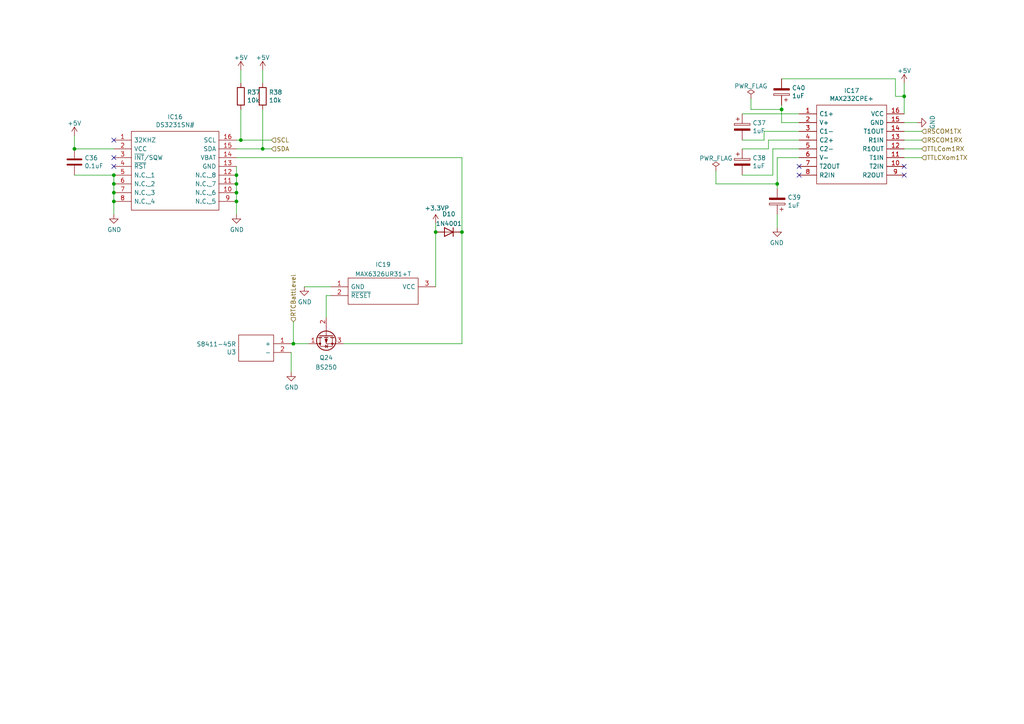
<source format=kicad_sch>
(kicad_sch (version 20211123) (generator eeschema)
  (paper "A4")
  (lib_symbols
    (symbol "Device:C" (pin_numbers hide) (pin_names (offset 0.254))
      (property "Reference" "C" (at 0.635 2.54 0))
      (property "Value" "C" (at 0.635 -2.54 0))
      (symbol "C_0_1"
        (polyline (pts (xy -2.032 -0.762) (xy 2.032 -0.762)) (stroke (width 0.508)))
        (polyline (pts (xy -2.032 0.762) (xy 2.032 0.762)) (stroke (width 0.508)))
      )
      (symbol "C_1_1"
        (pin passive line (at 0 3.81 270) (length 2.794) (name "~") (number "1"))
        (pin passive line (at 0 -3.81 90) (length 2.794) (name "~") (number "2"))
      )
    )
    (symbol "Device:CP" (pin_numbers hide) (pin_names (offset 0.254))
      (property "Reference" "C" (at 0.635 2.54 0))
      (property "Value" "Device_CP" (at 0.635 -2.54 0))
      (symbol "CP_0_1"
        (rectangle (start -2.286 0.508) (end 2.286 1.016))
        (polyline (pts (xy -1.778 2.286) (xy -0.762 2.286)))
        (polyline (pts (xy -1.27 2.794) (xy -1.27 1.778)))
        (rectangle (start 2.286 -0.508) (end -2.286 -1.016) (fill (type outline)))
      )
      (symbol "CP_1_1"
        (pin passive line (at 0 3.81 270) (length 2.794) (name "~") (number "1"))
        (pin passive line (at 0 -3.81 90) (length 2.794) (name "~") (number "2"))
      )
    )
    (symbol "Device:R" (pin_numbers hide) (pin_names (offset 0))
      (property "Reference" "R" (at 2.032 0 90))
      (property "Value" "R" (at 0 0 90))
      (symbol "R_0_1"
        (rectangle (start -1.016 -2.54) (end 1.016 2.54) (stroke (width 0.254)))
      )
      (symbol "R_1_1"
        (pin passive line (at 0 3.81 270) (length 1.27) (name "~") (number "1"))
        (pin passive line (at 0 -3.81 90) (length 1.27) (name "~") (number "2"))
      )
    )
    (symbol "Diode:1N4001" (pin_numbers hide) (pin_names (offset 1.016) hide)
      (property "Reference" "D" (at 0 2.54 0))
      (property "Value" "1N4001" (at 0 -2.54 0))
      (symbol "1N4001_0_1"
        (polyline (pts (xy -1.27 1.27) (xy -1.27 -1.27)) (stroke (width 0.254)))
        (polyline (pts (xy 1.27 0) (xy -1.27 0)))
        (polyline (pts (xy 1.27 1.27) (xy 1.27 -1.27) (xy -1.27 0) (xy 1.27 1.27)) (stroke (width 0.254)))
      )
      (symbol "1N4001_1_1"
        (pin passive line (at -3.81 0 0) (length 2.54) (name "K") (number "1"))
        (pin passive line (at 3.81 0 180) (length 2.54) (name "A") (number "2"))
      )
    )
    (symbol "SamacSys_Parts:DS3231SN#" (pin_names (offset 0.762))
      (property "Reference" "IC" (at 31.75 7.62 0))
      (property "Value" "SamacSys_Parts_DS3231SN#" (at 31.75 5.08 0))
      (symbol "DS3231SN#_0_0"
        (pin passive line (at 0 0 0) (length 5.08) (name "32KHZ") (number "1"))
        (pin passive line (at 35.56 -15.24 180) (length 5.08) (name "N.C._6") (number "10"))
        (pin passive line (at 35.56 -12.7 180) (length 5.08) (name "N.C._7") (number "11"))
        (pin passive line (at 35.56 -10.16 180) (length 5.08) (name "N.C._8") (number "12"))
        (pin passive line (at 35.56 -7.62 180) (length 5.08) (name "GND") (number "13"))
        (pin passive line (at 35.56 -5.08 180) (length 5.08) (name "VBAT") (number "14"))
        (pin passive line (at 35.56 -2.54 180) (length 5.08) (name "SDA") (number "15"))
        (pin passive line (at 35.56 0 180) (length 5.08) (name "SCL") (number "16"))
        (pin passive line (at 0 -2.54 0) (length 5.08) (name "VCC") (number "2"))
        (pin passive line (at 0 -5.08 0) (length 5.08) (name "~{INT}/SQW") (number "3"))
        (pin passive line (at 0 -7.62 0) (length 5.08) (name "~{RST}") (number "4"))
        (pin passive line (at 0 -10.16 0) (length 5.08) (name "N.C._1") (number "5"))
        (pin passive line (at 0 -12.7 0) (length 5.08) (name "N.C._2") (number "6"))
        (pin passive line (at 0 -15.24 0) (length 5.08) (name "N.C._3") (number "7"))
        (pin passive line (at 0 -17.78 0) (length 5.08) (name "N.C._4") (number "8"))
        (pin passive line (at 35.56 -17.78 180) (length 5.08) (name "N.C._5") (number "9"))
      )
      (symbol "DS3231SN#_0_1"
        (polyline (pts (xy 5.08 2.54) (xy 30.48 2.54) (xy 30.48 -20.32) (xy 5.08 -20.32) (xy 5.08 2.54)) (stroke (width 0.1524)))
      )
    )
    (symbol "SamacSys_Parts:MAX232CPE+" (pin_names (offset 0.762))
      (property "Reference" "IC" (at 26.67 7.62 0))
      (property "Value" "SamacSys_Parts_MAX232CPE+" (at 26.67 5.08 0))
      (symbol "MAX232CPE+_0_0"
        (pin passive line (at 0 0 0) (length 5.08) (name "C1+") (number "1"))
        (pin input line (at 30.48 -15.24 180) (length 5.08) (name "T2IN") (number "10"))
        (pin input line (at 30.48 -12.7 180) (length 5.08) (name "T1IN") (number "11"))
        (pin output line (at 30.48 -10.16 180) (length 5.08) (name "R1OUT") (number "12"))
        (pin input line (at 30.48 -7.62 180) (length 5.08) (name "R1IN") (number "13"))
        (pin output line (at 30.48 -5.08 180) (length 5.08) (name "T1OUT") (number "14"))
        (pin power_in line (at 30.48 -2.54 180) (length 5.08) (name "GND") (number "15"))
        (pin power_in line (at 30.48 0 180) (length 5.08) (name "VCC") (number "16"))
        (pin power_in line (at 0 -2.54 0) (length 5.08) (name "V+") (number "2"))
        (pin passive line (at 0 -5.08 0) (length 5.08) (name "C1-") (number "3"))
        (pin passive line (at 0 -7.62 0) (length 5.08) (name "C2+") (number "4"))
        (pin passive line (at 0 -10.16 0) (length 5.08) (name "C2-") (number "5"))
        (pin power_in line (at 0 -12.7 0) (length 5.08) (name "V-") (number "6"))
        (pin output line (at 0 -15.24 0) (length 5.08) (name "T2OUT") (number "7"))
        (pin input line (at 0 -17.78 0) (length 5.08) (name "R2IN") (number "8"))
        (pin output line (at 30.48 -17.78 180) (length 5.08) (name "R2OUT") (number "9"))
      )
      (symbol "MAX232CPE+_0_1"
        (polyline (pts (xy 5.08 2.54) (xy 25.4 2.54) (xy 25.4 -20.32) (xy 5.08 -20.32) (xy 5.08 2.54)) (stroke (width 0.1524)))
      )
    )
    (symbol "SamacSys_Parts:S8411-45R" (pin_names (offset 0.762))
      (property "Reference" "U" (at 16.51 7.62 0))
      (property "Value" "SamacSys_Parts_S8411-45R" (at 16.51 5.08 0))
      (symbol "S8411-45R_0_0"
        (pin passive line (at 0 -2.54 0) (length 5.08) (name "+") (number "1"))
        (pin passive line (at 0 0 0) (length 5.08) (name "-") (number "2"))
      )
      (symbol "S8411-45R_0_1"
        (polyline (pts (xy 5.08 2.54) (xy 15.24 2.54) (xy 15.24 -5.08) (xy 5.08 -5.08) (xy 5.08 2.54)) (stroke (width 0.1524)))
      )
    )
    (symbol "Samac_Sys:MAX6326UR31+T" (pin_names (offset 0.762))
      (property "Reference" "IC" (at 26.67 7.62 0))
      (property "Value" "MAX6326UR31+T" (at 26.67 5.08 0))
      (symbol "MAX6326UR31+T_0_0"
        (pin passive line (at 0 0 0) (length 5.08) (name "GND") (number "1"))
        (pin passive line (at 0 -2.54 0) (length 5.08) (name "~{RESET}") (number "2"))
        (pin passive line (at 30.48 0 180) (length 5.08) (name "VCC") (number "3"))
      )
      (symbol "MAX6326UR31+T_0_1"
        (polyline (pts (xy 5.08 2.54) (xy 25.4 2.54) (xy 25.4 -5.08) (xy 5.08 -5.08) (xy 5.08 2.54)) (stroke (width 0.1524)))
      )
    )
    (symbol "Transistor_FET:BS250" (pin_names hide)
      (property "Reference" "Q" (at 5.08 1.905 0))
      (property "Value" "BS250" (at 5.08 0 0))
      (symbol "BS250_0_1"
        (polyline (pts (xy 0.254 0) (xy -2.54 0)))
        (polyline (pts (xy 0.254 1.905) (xy 0.254 -1.905)) (stroke (width 0.254)))
        (polyline (pts (xy 0.762 -1.27) (xy 0.762 -2.286)) (stroke (width 0.254)))
        (polyline (pts (xy 0.762 0.508) (xy 0.762 -0.508)) (stroke (width 0.254)))
        (polyline (pts (xy 0.762 2.286) (xy 0.762 1.27)) (stroke (width 0.254)))
        (polyline (pts (xy 2.54 2.54) (xy 2.54 1.778)))
        (polyline (pts (xy 2.54 -2.54) (xy 2.54 0) (xy 0.762 0)))
        (polyline (pts (xy 0.762 1.778) (xy 3.302 1.778) (xy 3.302 -1.778) (xy 0.762 -1.778)))
        (polyline (pts (xy 2.286 0) (xy 1.27 0.381) (xy 1.27 -0.381) (xy 2.286 0)) (fill (type outline)))
        (polyline (pts (xy 2.794 -0.508) (xy 2.921 -0.381) (xy 3.683 -0.381) (xy 3.81 -0.254)))
        (polyline (pts (xy 3.302 -0.381) (xy 2.921 0.254) (xy 3.683 0.254) (xy 3.302 -0.381)))
        (circle (center 1.651 0) (radius 2.794) (stroke (width 0.254)))
        (circle (center 2.54 -1.778) (radius 0.254) (fill (type outline)))
        (circle (center 2.54 1.778) (radius 0.254) (fill (type outline)))
      )
      (symbol "BS250_1_1"
        (pin passive line (at 2.54 5.08 270) (length 2.54) (name "D") (number "1"))
        (pin input line (at -5.08 0 0) (length 2.54) (name "G") (number "2"))
        (pin passive line (at 2.54 -5.08 90) (length 2.54) (name "S") (number "3"))
      )
    )
    (symbol "power:+3.3VP" (power) (pin_names (offset 0))
      (property "Value" "+3.3VP" (at 0 2.54 0))
      (symbol "+3.3VP_0_0"
        (pin power_in line (at 0 0 90) (length 0) hide (name "+3.3VP") (number "1"))
      )
      (symbol "+3.3VP_0_1"
        (polyline (pts (xy -0.762 1.27) (xy 0 2.54)))
        (polyline (pts (xy 0 0) (xy 0 2.54)))
        (polyline (pts (xy 0 2.54) (xy 0.762 1.27)))
      )
    )
    (symbol "power:+5V" (power) (pin_names (offset 0))
      (property "Value" "+5V" (at 0 3.556 0))
      (symbol "+5V_0_1"
        (polyline (pts (xy -0.762 1.27) (xy 0 2.54)))
        (polyline (pts (xy 0 0) (xy 0 2.54)))
        (polyline (pts (xy 0 2.54) (xy 0.762 1.27)))
      )
      (symbol "+5V_1_1"
        (pin power_in line (at 0 0 90) (length 0) hide (name "+5V") (number "1"))
      )
    )
    (symbol "power:GND" (power) (pin_names (offset 0))
      (property "Value" "GND" (at 0 -3.81 0))
      (symbol "GND_0_1"
        (polyline (pts (xy 0 0) (xy 0 -1.27) (xy 1.27 -1.27) (xy 0 -2.54) (xy -1.27 -1.27) (xy 0 -1.27)))
      )
      (symbol "GND_1_1"
        (pin power_in line (at 0 0 270) (length 0) hide (name "GND") (number "1"))
      )
    )
    (symbol "power:PWR_FLAG" (power) (pin_numbers hide) (pin_names (offset 0) hide)
      (property "Value" "PWR_FLAG" (at 0 3.81 0))
      (symbol "PWR_FLAG_0_0"
        (pin power_out line (at 0 0 90) (length 0) (name "pwr") (number "1"))
      )
      (symbol "PWR_FLAG_0_1"
        (polyline (pts (xy 0 0) (xy 0 1.27) (xy -1.016 1.905) (xy 0 2.54) (xy 1.016 1.905) (xy 0 1.27)))
      )
    )
  )
  (junction (at 226.695 31.75))
  (junction (at 68.58 50.8))
  (junction (at 33.02 50.8))
  (junction (at 33.02 53.34))
  (junction (at 262.255 27.94))
  (junction (at 85.09 99.695))
  (junction (at 33.02 55.88))
  (junction (at 68.58 55.88))
  (junction (at 68.58 58.42))
  (junction (at 21.59 43.18))
  (junction (at 76.2 43.18))
  (junction (at 225.425 53.34))
  (junction (at 33.02 58.42))
  (junction (at 126.365 67.31))
  (junction (at 133.985 67.31))
  (junction (at 68.58 53.34))
  (junction (at 69.85 40.64))
  (no_connect (at 262.255 48.26))
  (no_connect (at 33.02 45.72))
  (no_connect (at 33.02 40.64))
  (no_connect (at 231.775 48.26))
  (no_connect (at 231.775 50.8))
  (no_connect (at 262.255 50.8))
  (no_connect (at 33.02 48.26))
  (wire (pts (xy 221.615 40.64) (xy 221.615 38.1)))
  (wire (pts (xy 69.85 40.64) (xy 68.58 40.64)))
  (wire (pts (xy 33.02 55.88) (xy 33.02 53.34)))
  (wire (pts (xy 226.695 35.56) (xy 226.695 31.75)))
  (wire (pts (xy 94.615 92.075) (xy 94.615 85.725)))
  (wire (pts (xy 68.58 55.88) (xy 68.58 53.34)))
  (wire (pts (xy 225.425 62.23) (xy 225.425 66.04)))
  (wire (pts (xy 68.58 62.23) (xy 68.58 58.42)))
  (wire (pts (xy 85.09 99.695) (xy 89.535 99.695)))
  (wire (pts (xy 33.02 50.8) (xy 21.59 50.8)))
  (wire (pts (xy 21.59 39.37) (xy 21.59 43.18)))
  (wire (pts (xy 33.02 58.42) (xy 33.02 55.88)))
  (wire (pts (xy 85.09 93.345) (xy 85.09 99.695)))
  (wire (pts (xy 224.155 50.8) (xy 224.155 43.18)))
  (wire (pts (xy 221.615 38.1) (xy 231.775 38.1)))
  (wire (pts (xy 21.59 43.18) (xy 33.02 43.18)))
  (wire (pts (xy 76.2 31.75) (xy 76.2 43.18)))
  (wire (pts (xy 133.985 67.31) (xy 133.985 45.72)))
  (wire (pts (xy 225.425 54.61) (xy 225.425 53.34)))
  (wire (pts (xy 68.58 50.8) (xy 68.58 48.26)))
  (wire (pts (xy 207.645 49.53) (xy 207.645 53.34)))
  (wire (pts (xy 78.74 40.64) (xy 69.85 40.64)))
  (wire (pts (xy 262.255 43.18) (xy 267.335 43.18)))
  (wire (pts (xy 84.455 102.235) (xy 84.455 107.95)))
  (wire (pts (xy 221.615 40.64) (xy 215.265 40.64)))
  (wire (pts (xy 217.805 28.575) (xy 217.805 31.75)))
  (wire (pts (xy 222.885 43.18) (xy 222.885 40.64)))
  (wire (pts (xy 226.695 22.86) (xy 259.715 22.86)))
  (wire (pts (xy 69.85 31.75) (xy 69.85 40.64)))
  (wire (pts (xy 84.455 99.695) (xy 85.09 99.695)))
  (wire (pts (xy 217.805 31.75) (xy 226.695 31.75)))
  (wire (pts (xy 215.265 50.8) (xy 224.155 50.8)))
  (wire (pts (xy 68.58 45.72) (xy 133.985 45.72)))
  (wire (pts (xy 126.365 67.31) (xy 126.365 83.185)))
  (wire (pts (xy 262.255 27.94) (xy 262.255 24.13)))
  (wire (pts (xy 267.335 38.1) (xy 262.255 38.1)))
  (wire (pts (xy 95.885 83.185) (xy 88.265 83.185)))
  (wire (pts (xy 33.02 53.34) (xy 33.02 50.8)))
  (wire (pts (xy 76.2 43.18) (xy 68.58 43.18)))
  (wire (pts (xy 215.265 43.18) (xy 222.885 43.18)))
  (wire (pts (xy 215.265 33.02) (xy 231.775 33.02)))
  (wire (pts (xy 259.715 27.94) (xy 262.255 27.94)))
  (wire (pts (xy 99.695 99.695) (xy 133.985 99.695)))
  (wire (pts (xy 231.775 35.56) (xy 226.695 35.56)))
  (wire (pts (xy 267.335 45.72) (xy 262.255 45.72)))
  (wire (pts (xy 266.065 35.56) (xy 262.255 35.56)))
  (wire (pts (xy 33.02 62.23) (xy 33.02 58.42)))
  (wire (pts (xy 262.255 40.64) (xy 267.335 40.64)))
  (wire (pts (xy 68.58 53.34) (xy 68.58 50.8)))
  (wire (pts (xy 262.255 33.02) (xy 262.255 27.94)))
  (wire (pts (xy 207.645 53.34) (xy 225.425 53.34)))
  (wire (pts (xy 78.74 43.18) (xy 76.2 43.18)))
  (wire (pts (xy 225.425 53.34) (xy 225.425 45.72)))
  (wire (pts (xy 126.365 64.77) (xy 126.365 67.31)))
  (wire (pts (xy 68.58 58.42) (xy 68.58 55.88)))
  (wire (pts (xy 225.425 45.72) (xy 231.775 45.72)))
  (wire (pts (xy 94.615 85.725) (xy 95.885 85.725)))
  (wire (pts (xy 76.2 24.13) (xy 76.2 20.32)))
  (wire (pts (xy 224.155 43.18) (xy 231.775 43.18)))
  (wire (pts (xy 222.885 40.64) (xy 231.775 40.64)))
  (wire (pts (xy 259.715 22.86) (xy 259.715 27.94)))
  (wire (pts (xy 226.695 31.75) (xy 226.695 30.48)))
  (wire (pts (xy 69.85 24.13) (xy 69.85 20.32)))
  (wire (pts (xy 133.985 67.31) (xy 133.985 99.695)))
  (hierarchical_label "TTLCom1RX" (shape input) (at 267.335 43.18 0))
  (hierarchical_label "SDA" (shape input) (at 78.74 43.18 0))
  (hierarchical_label "SCL" (shape input) (at 78.74 40.64 0))
  (hierarchical_label "TTLCXom1TX" (shape input) (at 267.335 45.72 0))
  (hierarchical_label "RTCBattLevel" (shape input) (at 85.09 93.345 90))
  (hierarchical_label "RSCOM1RX" (shape input) (at 267.335 40.64 0))
  (hierarchical_label "RSCOM1TX" (shape input) (at 267.335 38.1 0))
  (symbol (lib_id "SamacSys_Parts:DS3231SN#") (at 33.02 40.64 0) (unit 1)
    (property "Reference" "IC16" (at 50.8 33.909 0))
    (property "Value" "DS3231SN#" (at 50.8 36.2204 0))
    (property "Footprint" "SamacSys_Parts:SOIC127P1032X265-16N" (effects hide))
    (property "Datasheet" "https://datasheets.maximintegrated.com/en/ds/DS3231.pdf" (effects hide))
    (property "Description" "Real Time Clock Serial Maxim DS3231SN# Real Time Clock, Battery Backup, Calendar, Clock, I2C, 5.5 V, 16-Pin SOIC" (effects hide))
    (property "Height" "2.65" (effects hide))
    (property "Mouser Part Number" "700-DS3231SN#" (effects hide))
    (property "Mouser Price/Stock" "https://www.mouser.co.uk/ProductDetail/Maxim-Integrated/DS3231SN?qs=1eQvB6Dk1vhUlr8%2FOrV0Fw%3D%3D" (effects hide))
    (property "Manufacturer_Name" "Maxim Integrated" (effects hide))
    (property "Manufacturer_Part_Number" "DS3231SN#" (effects hide))
  )
  (symbol (lib_id "Device:R") (at 69.85 27.94 0) (unit 1)
    (property "Reference" "R37" (at 71.628 26.7716 0) (effects (justify left)))
    (property "Value" "10k" (at 71.628 29.083 0) (effects (justify left)))
    (property "Footprint" "Resistor_THT:R_Axial_DIN0207_L6.3mm_D2.5mm_P2.54mm_Vertical" (effects hide))
  )
  (symbol (lib_id "Device:R") (at 76.2 27.94 0) (unit 1)
    (property "Reference" "R38" (at 77.978 26.7716 0) (effects (justify left)))
    (property "Value" "10k" (at 77.978 29.083 0) (effects (justify left)))
    (property "Footprint" "Resistor_THT:R_Axial_DIN0207_L6.3mm_D2.5mm_P2.54mm_Vertical" (effects hide))
  )
  (symbol (lib_id "power:GND") (at 68.58 62.23 0) (unit 1)
    (property "Reference" "#PWR0100" (effects hide))
    (property "Value" "GND" (at 68.707 66.6242 0))
  )
  (symbol (lib_id "power:GND") (at 33.02 62.23 0) (unit 1)
    (property "Reference" "#PWR099" (effects hide))
    (property "Value" "GND" (at 33.147 66.6242 0))
  )
  (symbol (lib_id "power:GND") (at 266.065 35.56 90) (unit 1)
    (property "Reference" "#PWR0105" (effects hide))
    (property "Value" "GND" (at 270.4592 35.433 0))
  )
  (symbol (lib_id "SamacSys_Parts:S8411-45R") (at 84.455 102.235 180) (unit 1)
    (property "Reference" "U3" (at 68.5038 102.1334 0) (effects (justify left)))
    (property "Value" "S8411-45R" (at 68.5038 99.822 0) (effects (justify left)))
    (property "Footprint" "SamacSys_Parts:S8411-45R_1" (effects hide))
    (property "Datasheet" "https://cdn.harwin.com/pdfs/S8411R.pdf" (effects hide))
    (property "Description" "HARWIN - S8411-45R - HOLDER, COIN CELL, CR1220, FULL REEL" (effects hide))
    (property "Mouser Part Number" "855-S8411-45R" (effects hide))
    (property "Mouser Price/Stock" "https://www.mouser.co.uk/ProductDetail/Harwin/S8411-45R?qs=Qom7kyPojXY6B0JhnWxDgQ%3D%3D" (effects hide))
    (property "Manufacturer_Name" "Harwin" (effects hide))
    (property "Manufacturer_Part_Number" "S8411-45R" (effects hide))
  )
  (symbol (lib_id "Device:C") (at 21.59 46.99 0) (unit 1)
    (property "Reference" "C36" (at 24.511 45.8216 0) (effects (justify left)))
    (property "Value" "0.1uF" (at 24.511 48.133 0) (effects (justify left)))
    (property "Footprint" "Capacitor_THT:C_Rect_L9.0mm_W3.6mm_P7.50mm_MKT" (effects hide))
  )
  (symbol (lib_id "Device:CP") (at 215.265 36.83 0) (unit 1)
    (property "Reference" "C37" (at 218.2622 35.6616 0) (effects (justify left)))
    (property "Value" "1uF" (at 218.2622 37.973 0) (effects (justify left)))
    (property "Footprint" "Capacitor_THT:CP_Radial_D5.0mm_P2.50mm" (effects hide))
  )
  (symbol (lib_id "Device:CP") (at 215.265 46.99 0) (unit 1)
    (property "Reference" "C38" (at 218.2622 45.8216 0) (effects (justify left)))
    (property "Value" "1uF" (at 218.2622 48.133 0) (effects (justify left)))
    (property "Footprint" "Capacitor_THT:CP_Radial_D5.0mm_P2.50mm" (effects hide))
  )
  (symbol (lib_id "Device:CP") (at 226.695 26.67 180) (unit 1)
    (property "Reference" "C40" (at 229.6922 25.5016 0) (effects (justify right)))
    (property "Value" "1uF" (at 229.6922 27.813 0) (effects (justify right)))
    (property "Footprint" "Capacitor_THT:CP_Radial_D5.0mm_P2.50mm" (effects hide))
  )
  (symbol (lib_id "Device:CP") (at 225.425 58.42 180) (unit 1)
    (property "Reference" "C39" (at 228.4222 57.2516 0) (effects (justify right)))
    (property "Value" "1uF" (at 228.4222 59.563 0) (effects (justify right)))
    (property "Footprint" "Capacitor_THT:CP_Radial_D5.0mm_P2.50mm" (effects hide))
  )
  (symbol (lib_id "power:GND") (at 225.425 66.04 0) (mirror y) (unit 1)
    (property "Reference" "#PWR0103" (effects hide))
    (property "Value" "GND" (at 225.298 70.4342 0))
  )
  (symbol (lib_id "SamacSys_Parts:MAX232CPE+") (at 231.775 33.02 0) (unit 1)
    (property "Reference" "IC17" (at 247.015 26.289 0))
    (property "Value" "MAX232CPE+" (at 247.015 28.6004 0))
    (property "Footprint" "SamacSys_Parts:DIP762W56P254L1918H457Q16N" (effects hide))
    (property "Datasheet" "http://datasheets.maximintegrated.com/en/ds/MAX220-MAX249.pdf" (effects hide))
    (property "Description" "TRANSCEIVER MAX 232 CPE MAX232CPE+, Line Transceiver, EIA/TIA-232-E, RS-232, V.24, V.28 2-TX 2-RX 2-TRX, 5 V, 16-Pin PDIP" (effects hide))
    (property "Height" "4.572" (effects hide))
    (property "Mouser Part Number" "700-MAX232CPE" (effects hide))
    (property "Mouser Price/Stock" "https://www.mouser.co.uk/ProductDetail/Maxim-Integrated/MAX232CPE%2b?qs=1THa7WoU59H6WLBcdj%252BTOQ%3D%3D" (effects hide))
    (property "Manufacturer_Name" "Maxim Integrated" (effects hide))
    (property "Manufacturer_Part_Number" "MAX232CPE+" (effects hide))
  )
  (symbol (lib_id "power:GND") (at 84.455 107.95 0) (unit 1)
    (property "Reference" "#PWR0139" (effects hide))
    (property "Value" "GND" (at 84.582 112.3442 0))
  )
  (symbol (lib_id "power:PWR_FLAG") (at 207.645 49.53 0) (unit 1)
    (property "Reference" "#FLG0105" (effects hide))
    (property "Value" "PWR_FLAG" (at 207.645 45.9255 0))
  )
  (symbol (lib_id "power:+5V") (at 262.255 24.13 0) (unit 1)
    (property "Reference" "#PWR064" (effects hide))
    (property "Value" "+5V" (at 262.255 20.5255 0))
  )
  (symbol (lib_id "power:+5V") (at 21.59 39.37 0) (unit 1)
    (property "Reference" "#PWR045" (effects hide))
    (property "Value" "+5V" (at 21.59 35.7655 0))
  )
  (symbol (lib_id "power:+3.3VP") (at 126.365 64.77 0) (unit 1)
    (property "Reference" "#PWR0138" (effects hide))
    (property "Value" "+3.3VP" (at 126.746 60.3758 0))
  )
  (symbol (lib_id "power:PWR_FLAG") (at 217.805 28.575 0) (unit 1)
    (property "Reference" "#FLG0106" (effects hide))
    (property "Value" "PWR_FLAG" (at 217.805 24.9705 0))
  )
  (symbol (lib_id "Diode:1N4001") (at 130.175 67.31 0) (mirror y) (unit 1)
    (property "Reference" "D10" (at 130.175 62.0735 0))
    (property "Value" "1N4001" (at 130.175 64.8486 0))
    (property "Footprint" "Diode_THT:D_DO-41_SOD81_P10.16mm_Horizontal" (effects hide))
    (property "Datasheet" "http://www.vishay.com/docs/88503/1n4001.pdf" (effects hide))
  )
  (symbol (lib_id "power:GND") (at 88.265 83.185 0) (unit 1)
    (property "Reference" "#PWR0137" (effects hide))
    (property "Value" "GND" (at 88.392 87.5792 0))
  )
  (symbol (lib_id "Samac_Sys:MAX6326UR31+T") (at 95.885 83.185 0) (unit 1)
    (property "Reference" "IC19" (at 111.125 76.7293 0))
    (property "Value" "MAX6326UR31+T" (at 111.125 79.5044 0))
    (property "Footprint" "SOT95P237X112-3N" (effects hide))
    (property "Datasheet" "https://pdfserv.maximintegrated.com/package_dwgs/21-0051.PDF" (effects hide))
    (property "Description" "Supervisory Circuits 3-Pin, Ultra-Low-Power SC70/SOT uP Reset Circuits" (effects hide))
    (property "Height" "1.12" (effects hide))
    (property "Mouser Part Number" "700-MAX6326UR31T" (effects hide))
    (property "Mouser Price/Stock" "https://www.mouser.co.uk/ProductDetail/Maxim-Integrated/MAX6326UR31%2bT?qs=S0kZczzPnwlEL1wHFMeK3A%3D%3D" (effects hide))
    (property "Manufacturer_Name" "Maxim Integrated" (effects hide))
    (property "Manufacturer_Part_Number" "MAX6326UR31+T" (effects hide))
  )
  (symbol (lib_id "Transistor_FET:BS250") (at 94.615 97.155 90) (mirror x) (unit 1)
    (property "Reference" "Q24" (at 94.615 103.7495 90))
    (property "Value" "BS250" (at 94.615 106.5246 90))
    (property "Footprint" "Package_TO_SOT_THT:TO-92_Inline" (effects hide))
    (property "Datasheet" "http://www.vishay.com/docs/70209/70209.pdf" (effects hide))
  )
  (symbol (lib_id "power:+5V") (at 69.85 20.32 0) (unit 1)
    (property "Reference" "#PWR046" (effects hide))
    (property "Value" "+5V" (at 69.85 16.7155 0))
  )
  (symbol (lib_id "power:+5V") (at 76.2 20.32 0) (unit 1)
    (property "Reference" "#PWR055" (effects hide))
    (property "Value" "+5V" (at 76.2 16.7155 0))
  )
)
</source>
